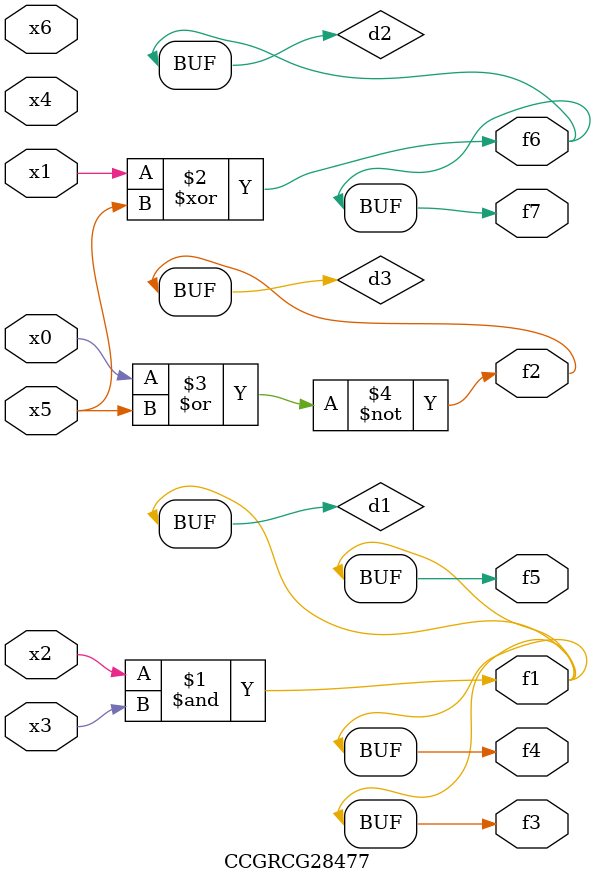
<source format=v>
module CCGRCG28477(
	input x0, x1, x2, x3, x4, x5, x6,
	output f1, f2, f3, f4, f5, f6, f7
);

	wire d1, d2, d3;

	and (d1, x2, x3);
	xor (d2, x1, x5);
	nor (d3, x0, x5);
	assign f1 = d1;
	assign f2 = d3;
	assign f3 = d1;
	assign f4 = d1;
	assign f5 = d1;
	assign f6 = d2;
	assign f7 = d2;
endmodule

</source>
